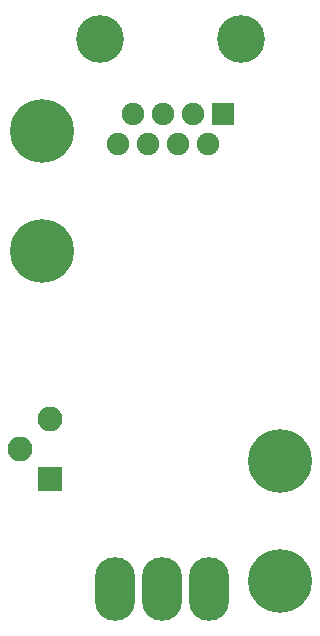
<source format=gbs>
G04 #@! TF.FileFunction,Soldermask,Bot*
%FSLAX46Y46*%
G04 Gerber Fmt 4.6, Leading zero omitted, Abs format (unit mm)*
G04 Created by KiCad (PCBNEW 4.0.6) date 07/23/18 23:10:11*
%MOMM*%
%LPD*%
G01*
G04 APERTURE LIST*
%ADD10C,0.100000*%
%ADD11C,5.401260*%
%ADD12C,4.050000*%
%ADD13R,1.900000X1.900000*%
%ADD14C,1.900000*%
%ADD15O,3.399740X5.401260*%
%ADD16R,2.100000X2.100000*%
%ADD17O,2.100000X2.100000*%
G04 APERTURE END LIST*
D10*
D11*
X162500000Y-107250000D03*
X162500000Y-117410000D03*
D12*
X147270000Y-71500000D03*
X159140000Y-71500000D03*
D13*
X157650000Y-77850000D03*
D14*
X156380000Y-80390000D03*
X155110000Y-77850000D03*
X153840000Y-80390000D03*
X152570000Y-77850000D03*
X151300000Y-80390000D03*
X150030000Y-77850000D03*
X148760000Y-80390000D03*
D11*
X142300000Y-89400000D03*
X142300000Y-79240000D03*
D15*
X156459860Y-118050000D03*
X152500000Y-118050000D03*
X148540140Y-118050000D03*
D16*
X143000000Y-108750000D03*
D17*
X140460000Y-106210000D03*
X143000000Y-103670000D03*
M02*

</source>
